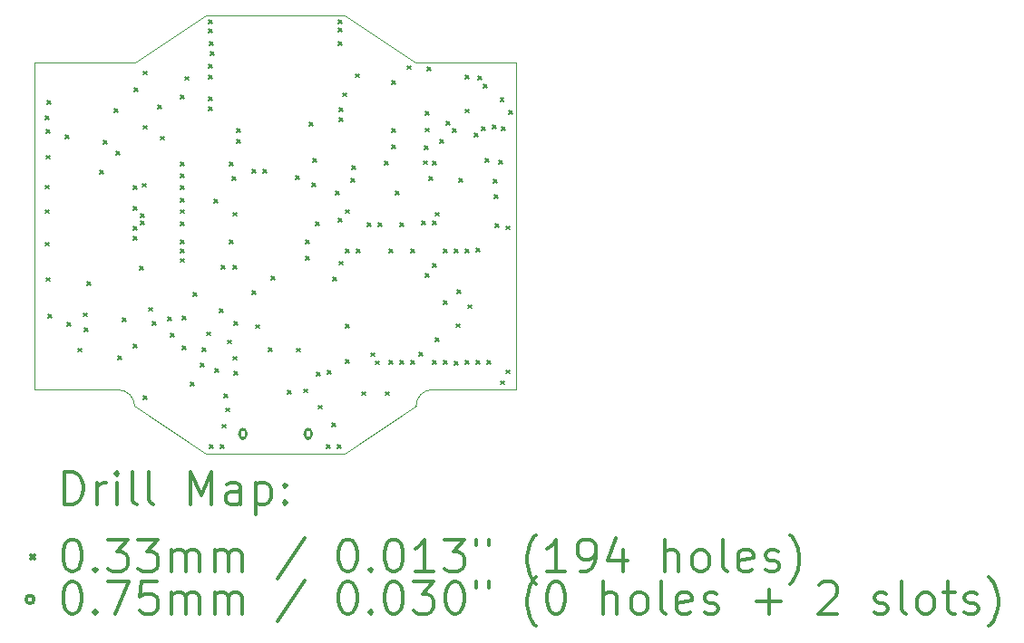
<source format=gbr>
%FSLAX45Y45*%
G04 Gerber Fmt 4.5, Leading zero omitted, Abs format (unit mm)*
G04 Created by KiCad*
%MOMM*%
%LPD*%
G04 APERTURE LIST*
%TA.AperFunction,Profile*%
%ADD10C,0.050000*%
%TD*%
%ADD11C,0.200000*%
%ADD12C,0.300000*%
G04 APERTURE END LIST*
D10*
X17313910Y-12600940D02*
G75*
G02X17466310Y-12448540I152400J0D01*
G01*
X14533880Y-12449810D02*
G75*
G02X14686280Y-12602210I0J-152400D01*
G01*
X15350000Y-13050000D02*
X14686280Y-12602210D01*
X17313910Y-12600940D02*
X16650000Y-13050000D01*
X16650000Y-8950000D02*
X17310100Y-9389110D01*
X15350000Y-8950000D02*
X14690000Y-9390000D01*
X16000000Y-8950000D02*
X15350000Y-8950000D01*
X16000000Y-13050000D02*
X15350000Y-13050000D01*
X16650000Y-13050000D02*
X16000000Y-13050000D01*
X16000000Y-8950000D02*
X16650000Y-8950000D01*
X18250000Y-12450000D02*
X17466310Y-12448540D01*
X18250000Y-9390000D02*
X17310100Y-9389110D01*
X13750000Y-9390000D02*
X14690000Y-9390000D01*
X13750000Y-12450000D02*
X14533880Y-12449810D01*
X13750000Y-11000000D02*
X13750000Y-12450000D01*
X13750000Y-11000000D02*
X13750000Y-9390000D01*
X18250000Y-11000000D02*
X18250000Y-12450000D01*
X18250000Y-11000000D02*
X18250000Y-9390000D01*
D11*
X13851890Y-9889490D02*
X13884910Y-9922510D01*
X13884910Y-9889490D02*
X13851890Y-9922510D01*
X13851890Y-10537190D02*
X13884910Y-10570210D01*
X13884910Y-10537190D02*
X13851890Y-10570210D01*
X13851890Y-10765790D02*
X13884910Y-10798810D01*
X13884910Y-10765790D02*
X13851890Y-10798810D01*
X13851890Y-11070590D02*
X13884910Y-11103610D01*
X13884910Y-11070590D02*
X13851890Y-11103610D01*
X13864590Y-10016490D02*
X13897610Y-10049510D01*
X13897610Y-10016490D02*
X13864590Y-10049510D01*
X13864590Y-10257790D02*
X13897610Y-10290810D01*
X13897610Y-10257790D02*
X13864590Y-10290810D01*
X13864590Y-11400790D02*
X13897610Y-11433810D01*
X13897610Y-11400790D02*
X13864590Y-11433810D01*
X13867130Y-9742170D02*
X13900150Y-9775190D01*
X13900150Y-9742170D02*
X13867130Y-9775190D01*
X13877290Y-11743690D02*
X13910310Y-11776710D01*
X13910310Y-11743690D02*
X13877290Y-11776710D01*
X14042390Y-10067290D02*
X14075410Y-10100310D01*
X14075410Y-10067290D02*
X14042390Y-10100310D01*
X14055090Y-11819890D02*
X14088110Y-11852910D01*
X14088110Y-11819890D02*
X14055090Y-11852910D01*
X14156690Y-12061190D02*
X14189710Y-12094210D01*
X14189710Y-12061190D02*
X14156690Y-12094210D01*
X14207490Y-11730990D02*
X14240510Y-11764010D01*
X14240510Y-11730990D02*
X14207490Y-11764010D01*
X14220190Y-11870690D02*
X14253210Y-11903710D01*
X14253210Y-11870690D02*
X14220190Y-11903710D01*
X14245590Y-11438890D02*
X14278610Y-11471910D01*
X14278610Y-11438890D02*
X14245590Y-11471910D01*
X14359890Y-10397490D02*
X14392910Y-10430510D01*
X14392910Y-10397490D02*
X14359890Y-10430510D01*
X14397990Y-10118090D02*
X14431010Y-10151110D01*
X14431010Y-10118090D02*
X14397990Y-10151110D01*
X14493240Y-9819640D02*
X14526260Y-9852660D01*
X14526260Y-9819640D02*
X14493240Y-9852660D01*
X14512290Y-10219690D02*
X14545310Y-10252710D01*
X14545310Y-10219690D02*
X14512290Y-10252710D01*
X14531340Y-12131040D02*
X14564360Y-12164060D01*
X14564360Y-12131040D02*
X14531340Y-12164060D01*
X14576540Y-11774690D02*
X14609560Y-11807710D01*
X14609560Y-11774690D02*
X14576540Y-11807710D01*
X14671040Y-10924860D02*
X14704060Y-10957880D01*
X14704060Y-10924860D02*
X14671040Y-10957880D01*
X14671040Y-11013440D02*
X14704060Y-11046460D01*
X14704060Y-11013440D02*
X14671040Y-11046460D01*
X14677390Y-10543540D02*
X14710410Y-10576560D01*
X14710410Y-10543540D02*
X14677390Y-10576560D01*
X14677390Y-10734040D02*
X14710410Y-10767060D01*
X14710410Y-10734040D02*
X14677390Y-10767060D01*
X14677390Y-12023090D02*
X14710410Y-12056110D01*
X14710410Y-12023090D02*
X14677390Y-12056110D01*
X14682460Y-9625330D02*
X14715480Y-9658350D01*
X14715480Y-9625330D02*
X14682460Y-9658350D01*
X14734540Y-11292840D02*
X14767560Y-11325860D01*
X14767560Y-11292840D02*
X14734540Y-11325860D01*
X14740890Y-10803890D02*
X14773910Y-10836910D01*
X14773910Y-10803890D02*
X14740890Y-10836910D01*
X14743436Y-10873818D02*
X14776456Y-10906838D01*
X14776456Y-10873818D02*
X14743436Y-10906838D01*
X14762849Y-10520233D02*
X14795869Y-10553253D01*
X14795869Y-10520233D02*
X14762849Y-10553253D01*
X14766290Y-9470390D02*
X14799310Y-9503410D01*
X14799310Y-9470390D02*
X14766290Y-9503410D01*
X14766290Y-9978390D02*
X14799310Y-10011410D01*
X14799310Y-9978390D02*
X14766290Y-10011410D01*
X14766290Y-12505690D02*
X14799310Y-12538710D01*
X14799310Y-12505690D02*
X14766290Y-12538710D01*
X14817090Y-11680190D02*
X14850110Y-11713210D01*
X14850110Y-11680190D02*
X14817090Y-11713210D01*
X14850148Y-11808498D02*
X14883168Y-11841518D01*
X14883168Y-11808498D02*
X14850148Y-11841518D01*
X14905990Y-9787890D02*
X14939010Y-9820910D01*
X14939010Y-9787890D02*
X14905990Y-9820910D01*
X14931390Y-10079990D02*
X14964410Y-10113010D01*
X14964410Y-10079990D02*
X14931390Y-10113010D01*
X14994890Y-11769090D02*
X15027910Y-11802110D01*
X15027910Y-11769090D02*
X14994890Y-11802110D01*
X15020290Y-11921490D02*
X15053310Y-11954510D01*
X15053310Y-11921490D02*
X15020290Y-11954510D01*
X15111730Y-9696450D02*
X15144750Y-9729470D01*
X15144750Y-9696450D02*
X15111730Y-9729470D01*
X15115540Y-10321290D02*
X15148560Y-10354310D01*
X15148560Y-10321290D02*
X15115540Y-10354310D01*
X15115540Y-10429240D02*
X15148560Y-10462260D01*
X15148560Y-10429240D02*
X15115540Y-10462260D01*
X15115540Y-10543540D02*
X15148560Y-10576560D01*
X15148560Y-10543540D02*
X15115540Y-10576560D01*
X15115540Y-10657840D02*
X15148560Y-10690860D01*
X15148560Y-10657840D02*
X15115540Y-10690860D01*
X15115540Y-10765790D02*
X15148560Y-10798810D01*
X15148560Y-10765790D02*
X15115540Y-10798810D01*
X15115540Y-10880090D02*
X15148560Y-10913110D01*
X15148560Y-10880090D02*
X15115540Y-10913110D01*
X15115540Y-11045829D02*
X15148560Y-11078849D01*
X15148560Y-11045829D02*
X15115540Y-11078849D01*
X15115540Y-11134410D02*
X15148560Y-11167430D01*
X15148560Y-11134410D02*
X15115540Y-11167430D01*
X15115540Y-11222990D02*
X15148560Y-11256010D01*
X15148560Y-11222990D02*
X15115540Y-11256010D01*
X15134590Y-11760400D02*
X15167610Y-11793420D01*
X15167610Y-11760400D02*
X15134590Y-11793420D01*
X15134590Y-12037370D02*
X15167610Y-12070390D01*
X15167610Y-12037370D02*
X15134590Y-12070390D01*
X15159990Y-9521190D02*
X15193010Y-9554210D01*
X15193010Y-9521190D02*
X15159990Y-9554210D01*
X15210790Y-12378690D02*
X15243810Y-12411710D01*
X15243810Y-12378690D02*
X15210790Y-12411710D01*
X15236190Y-11540490D02*
X15269210Y-11573510D01*
X15269210Y-11540490D02*
X15236190Y-11573510D01*
X15298090Y-12200190D02*
X15331110Y-12233210D01*
X15331110Y-12200190D02*
X15298090Y-12233210D01*
X15318740Y-12054840D02*
X15351760Y-12087860D01*
X15351760Y-12054840D02*
X15318740Y-12087860D01*
X15363190Y-11908790D02*
X15396210Y-11941810D01*
X15396210Y-11908790D02*
X15363190Y-11941810D01*
X15375890Y-8994140D02*
X15408910Y-9027160D01*
X15408910Y-8994140D02*
X15375890Y-9027160D01*
X15375890Y-9076690D02*
X15408910Y-9109710D01*
X15408910Y-9076690D02*
X15375890Y-9109710D01*
X15375890Y-9406890D02*
X15408910Y-9439910D01*
X15408910Y-9406890D02*
X15375890Y-9439910D01*
X15375890Y-9508490D02*
X15408910Y-9541510D01*
X15408910Y-9508490D02*
X15375890Y-9541510D01*
X15375890Y-9711690D02*
X15408910Y-9744710D01*
X15408910Y-9711690D02*
X15375890Y-9744710D01*
X15375890Y-9806940D02*
X15408910Y-9839960D01*
X15408910Y-9806940D02*
X15375890Y-9839960D01*
X15388212Y-9198809D02*
X15421232Y-9231829D01*
X15421232Y-9198809D02*
X15388212Y-9231829D01*
X15388590Y-12962890D02*
X15421610Y-12995910D01*
X15421610Y-12962890D02*
X15388590Y-12995910D01*
X15395059Y-9287124D02*
X15428079Y-9320144D01*
X15428079Y-9287124D02*
X15395059Y-9320144D01*
X15426690Y-10670540D02*
X15459710Y-10703560D01*
X15459710Y-10670540D02*
X15426690Y-10703560D01*
X15439390Y-12251690D02*
X15472410Y-12284710D01*
X15472410Y-12251690D02*
X15439390Y-12284710D01*
X15477490Y-11692890D02*
X15510510Y-11725910D01*
X15510510Y-11692890D02*
X15477490Y-11725910D01*
X15490190Y-12962890D02*
X15523210Y-12995910D01*
X15523210Y-12962890D02*
X15490190Y-12995910D01*
X15492281Y-11288581D02*
X15525301Y-11321601D01*
X15525301Y-11288581D02*
X15492281Y-11321601D01*
X15502890Y-12772390D02*
X15535910Y-12805410D01*
X15535910Y-12772390D02*
X15502890Y-12805410D01*
X15521940Y-12486640D02*
X15554960Y-12519660D01*
X15554960Y-12486640D02*
X15521940Y-12519660D01*
X15540990Y-12619990D02*
X15574010Y-12653010D01*
X15574010Y-12619990D02*
X15540990Y-12653010D01*
X15553690Y-11984990D02*
X15586710Y-12018010D01*
X15586710Y-11984990D02*
X15553690Y-12018010D01*
X15568930Y-10321290D02*
X15601950Y-10354310D01*
X15601950Y-10321290D02*
X15568930Y-10354310D01*
X15569480Y-11045829D02*
X15602500Y-11078849D01*
X15602500Y-11045829D02*
X15569480Y-11078849D01*
X15599150Y-10453630D02*
X15632170Y-10486650D01*
X15632170Y-10453630D02*
X15599150Y-10486650D01*
X15604490Y-10791190D02*
X15637510Y-10824210D01*
X15637510Y-10791190D02*
X15604490Y-10824210D01*
X15604490Y-12137390D02*
X15637510Y-12170410D01*
X15637510Y-12137390D02*
X15604490Y-12170410D01*
X15607568Y-11285028D02*
X15640588Y-11318048D01*
X15640588Y-11285028D02*
X15607568Y-11318048D01*
X15616907Y-11807682D02*
X15649927Y-11840702D01*
X15649927Y-11807682D02*
X15616907Y-11840702D01*
X15617190Y-12277090D02*
X15650210Y-12310110D01*
X15650210Y-12277090D02*
X15617190Y-12310110D01*
X15640050Y-10011410D02*
X15673070Y-10044430D01*
X15673070Y-10011410D02*
X15640050Y-10044430D01*
X15640050Y-10113010D02*
X15673070Y-10146030D01*
X15673070Y-10113010D02*
X15640050Y-10146030D01*
X15782290Y-10387330D02*
X15815310Y-10420350D01*
X15815310Y-10387330D02*
X15782290Y-10420350D01*
X15782290Y-11521440D02*
X15815310Y-11554460D01*
X15815310Y-11521440D02*
X15782290Y-11554460D01*
X15819392Y-11841508D02*
X15852412Y-11874528D01*
X15852412Y-11841508D02*
X15819392Y-11874528D01*
X15883890Y-10387330D02*
X15916910Y-10420350D01*
X15916910Y-10387330D02*
X15883890Y-10420350D01*
X15932986Y-12058153D02*
X15966006Y-12091173D01*
X15966006Y-12058153D02*
X15932986Y-12091173D01*
X15960961Y-11387219D02*
X15993981Y-11420239D01*
X15993981Y-11387219D02*
X15960961Y-11420239D01*
X16112490Y-12454890D02*
X16145510Y-12487910D01*
X16145510Y-12454890D02*
X16112490Y-12487910D01*
X16188690Y-10448290D02*
X16221710Y-10481310D01*
X16221710Y-10448290D02*
X16188690Y-10481310D01*
X16201390Y-12061190D02*
X16234410Y-12094210D01*
X16234410Y-12061190D02*
X16201390Y-12094210D01*
X16264890Y-12442190D02*
X16297910Y-12475210D01*
X16297910Y-12442190D02*
X16264890Y-12475210D01*
X16280130Y-11047730D02*
X16313150Y-11080750D01*
X16313150Y-11047730D02*
X16280130Y-11080750D01*
X16280130Y-11198380D02*
X16313150Y-11231400D01*
X16313150Y-11198380D02*
X16280130Y-11231400D01*
X16320770Y-9947120D02*
X16353790Y-9980140D01*
X16353790Y-9947120D02*
X16320770Y-9980140D01*
X16341906Y-10512607D02*
X16374926Y-10545627D01*
X16374926Y-10512607D02*
X16341906Y-10545627D01*
X16353170Y-10288890D02*
X16386190Y-10321910D01*
X16386190Y-10288890D02*
X16353170Y-10321910D01*
X16372840Y-10880090D02*
X16405860Y-10913110D01*
X16405860Y-10880090D02*
X16372840Y-10913110D01*
X16385540Y-12283440D02*
X16418560Y-12316460D01*
X16418560Y-12283440D02*
X16385540Y-12316460D01*
X16404590Y-12594590D02*
X16437610Y-12627610D01*
X16437610Y-12594590D02*
X16404590Y-12627610D01*
X16480790Y-12962890D02*
X16513810Y-12995910D01*
X16513810Y-12962890D02*
X16480790Y-12995910D01*
X16487140Y-12270740D02*
X16520160Y-12303760D01*
X16520160Y-12270740D02*
X16487140Y-12303760D01*
X16531590Y-12759690D02*
X16564610Y-12792710D01*
X16564610Y-12759690D02*
X16531590Y-12792710D01*
X16534130Y-11398250D02*
X16567150Y-11431270D01*
X16567150Y-11398250D02*
X16534130Y-11431270D01*
X16564610Y-10591250D02*
X16597630Y-10624270D01*
X16597630Y-10591250D02*
X16564610Y-10624270D01*
X16582390Y-12962890D02*
X16615410Y-12995910D01*
X16615410Y-12962890D02*
X16582390Y-12995910D01*
X16584930Y-10845080D02*
X16617950Y-10878100D01*
X16617950Y-10845080D02*
X16584930Y-10878100D01*
X16588740Y-8994140D02*
X16621760Y-9027160D01*
X16621760Y-8994140D02*
X16588740Y-9027160D01*
X16588740Y-9070340D02*
X16621760Y-9103360D01*
X16621760Y-9070340D02*
X16588740Y-9103360D01*
X16588740Y-9197340D02*
X16621760Y-9230360D01*
X16621760Y-9197340D02*
X16588740Y-9230360D01*
X16595090Y-9813290D02*
X16628110Y-9846310D01*
X16628110Y-9813290D02*
X16595090Y-9846310D01*
X16595090Y-9908540D02*
X16628110Y-9941560D01*
X16628110Y-9908540D02*
X16595090Y-9941560D01*
X16595090Y-11248390D02*
X16628110Y-11281410D01*
X16628110Y-11248390D02*
X16595090Y-11281410D01*
X16633190Y-9673590D02*
X16666210Y-9706610D01*
X16666210Y-9673590D02*
X16633190Y-9706610D01*
X16655899Y-11838940D02*
X16688919Y-11871960D01*
X16688919Y-11838940D02*
X16655899Y-11871960D01*
X16658590Y-10765790D02*
X16691610Y-10798810D01*
X16691610Y-10765790D02*
X16658590Y-10798810D01*
X16658590Y-11134090D02*
X16691610Y-11167110D01*
X16691610Y-11134090D02*
X16658590Y-11167110D01*
X16658590Y-12169140D02*
X16691610Y-12202160D01*
X16691610Y-12169140D02*
X16658590Y-12202160D01*
X16709390Y-10473690D02*
X16742410Y-10506710D01*
X16742410Y-10473690D02*
X16709390Y-10506710D01*
X16713039Y-10357960D02*
X16746059Y-10390980D01*
X16746059Y-10357960D02*
X16713039Y-10390980D01*
X16747490Y-9495790D02*
X16780510Y-9528810D01*
X16780510Y-9495790D02*
X16747490Y-9528810D01*
X16760190Y-11134090D02*
X16793210Y-11167110D01*
X16793210Y-11134090D02*
X16760190Y-11167110D01*
X16804640Y-12467590D02*
X16837660Y-12500610D01*
X16837660Y-12467590D02*
X16804640Y-12500610D01*
X16861790Y-10886440D02*
X16894810Y-10919460D01*
X16894810Y-10886440D02*
X16861790Y-10919460D01*
X16889355Y-12103882D02*
X16922375Y-12136902D01*
X16922375Y-12103882D02*
X16889355Y-12136902D01*
X16935485Y-12179503D02*
X16968505Y-12212523D01*
X16968505Y-12179503D02*
X16935485Y-12212523D01*
X16963390Y-10886440D02*
X16996410Y-10919460D01*
X16996410Y-10886440D02*
X16963390Y-10919460D01*
X17021810Y-10316210D02*
X17054830Y-10349230D01*
X17054830Y-10316210D02*
X17021810Y-10349230D01*
X17026890Y-12467590D02*
X17059910Y-12500610D01*
X17059910Y-12467590D02*
X17026890Y-12500610D01*
X17064990Y-11134090D02*
X17098010Y-11167110D01*
X17098010Y-11134090D02*
X17064990Y-11167110D01*
X17064990Y-12175490D02*
X17098010Y-12208510D01*
X17098010Y-12175490D02*
X17064990Y-12208510D01*
X17087850Y-10006330D02*
X17120870Y-10039350D01*
X17120870Y-10006330D02*
X17087850Y-10039350D01*
X17087850Y-10163810D02*
X17120870Y-10196830D01*
X17120870Y-10163810D02*
X17087850Y-10196830D01*
X17090390Y-9559290D02*
X17123410Y-9592310D01*
X17123410Y-9559290D02*
X17090390Y-9592310D01*
X17122140Y-10594340D02*
X17155160Y-10627360D01*
X17155160Y-10594340D02*
X17122140Y-10627360D01*
X17164050Y-10890250D02*
X17197070Y-10923270D01*
X17197070Y-10890250D02*
X17164050Y-10923270D01*
X17166590Y-12175490D02*
X17199610Y-12208510D01*
X17199610Y-12175490D02*
X17166590Y-12208510D01*
X17230090Y-9419590D02*
X17263110Y-9452610D01*
X17263110Y-9419590D02*
X17230090Y-9452610D01*
X17268190Y-11134090D02*
X17301210Y-11167110D01*
X17301210Y-11134090D02*
X17268190Y-11167110D01*
X17268190Y-12175490D02*
X17301210Y-12208510D01*
X17301210Y-12175490D02*
X17268190Y-12208510D01*
X17344390Y-12099290D02*
X17377410Y-12132310D01*
X17377410Y-12099290D02*
X17344390Y-12132310D01*
X17369790Y-10873740D02*
X17402810Y-10906760D01*
X17402810Y-10873740D02*
X17369790Y-10906760D01*
X17380613Y-10308424D02*
X17413633Y-10341444D01*
X17413633Y-10308424D02*
X17380613Y-10341444D01*
X17395190Y-10168890D02*
X17428210Y-10201910D01*
X17428210Y-10168890D02*
X17395190Y-10201910D01*
X17401540Y-9845040D02*
X17434560Y-9878060D01*
X17434560Y-9845040D02*
X17401540Y-9878060D01*
X17401540Y-10003790D02*
X17434560Y-10036810D01*
X17434560Y-10003790D02*
X17401540Y-10036810D01*
X17401540Y-11362690D02*
X17434560Y-11395710D01*
X17434560Y-11362690D02*
X17401540Y-11395710D01*
X17420590Y-9432290D02*
X17453610Y-9465310D01*
X17453610Y-9432290D02*
X17420590Y-9465310D01*
X17436480Y-10459722D02*
X17469500Y-10492742D01*
X17469500Y-10459722D02*
X17436480Y-10492742D01*
X17465040Y-10873740D02*
X17498060Y-10906760D01*
X17498060Y-10873740D02*
X17465040Y-10906760D01*
X17468850Y-10316210D02*
X17501870Y-10349230D01*
X17501870Y-10316210D02*
X17468850Y-10349230D01*
X17471390Y-11267440D02*
X17504410Y-11300460D01*
X17504410Y-11267440D02*
X17471390Y-11300460D01*
X17471390Y-12175490D02*
X17504410Y-12208510D01*
X17504410Y-12175490D02*
X17471390Y-12208510D01*
X17490440Y-11965940D02*
X17523460Y-11998960D01*
X17523460Y-11965940D02*
X17490440Y-11998960D01*
X17496838Y-10791064D02*
X17529858Y-10824084D01*
X17529858Y-10791064D02*
X17496838Y-10824084D01*
X17533140Y-10113010D02*
X17566160Y-10146030D01*
X17566160Y-10113010D02*
X17533140Y-10146030D01*
X17571980Y-12176500D02*
X17605000Y-12209520D01*
X17605000Y-12176500D02*
X17571980Y-12209520D01*
X17572990Y-11134090D02*
X17606010Y-11167110D01*
X17606010Y-11134090D02*
X17572990Y-11167110D01*
X17572990Y-11616690D02*
X17606010Y-11649710D01*
X17606010Y-11616690D02*
X17572990Y-11649710D01*
X17598390Y-9940290D02*
X17631410Y-9973310D01*
X17631410Y-9940290D02*
X17598390Y-9973310D01*
X17655540Y-10010140D02*
X17688560Y-10043160D01*
X17688560Y-10010140D02*
X17655540Y-10043160D01*
X17668240Y-12181840D02*
X17701260Y-12214860D01*
X17701260Y-12181840D02*
X17668240Y-12214860D01*
X17674590Y-11134090D02*
X17707610Y-11167110D01*
X17707610Y-11134090D02*
X17674590Y-11167110D01*
X17687290Y-11832590D02*
X17720310Y-11865610D01*
X17720310Y-11832590D02*
X17687290Y-11865610D01*
X17699990Y-11515090D02*
X17733010Y-11548110D01*
X17733010Y-11515090D02*
X17699990Y-11548110D01*
X17712001Y-10473690D02*
X17745021Y-10506710D01*
X17745021Y-10473690D02*
X17712001Y-10506710D01*
X17776190Y-9508490D02*
X17809210Y-9541510D01*
X17809210Y-9508490D02*
X17776190Y-9541510D01*
X17776190Y-9825990D02*
X17809210Y-9859010D01*
X17809210Y-9825990D02*
X17776190Y-9859010D01*
X17776190Y-11134090D02*
X17809210Y-11167110D01*
X17809210Y-11134090D02*
X17776190Y-11167110D01*
X17776190Y-12175490D02*
X17809210Y-12208510D01*
X17809210Y-12175490D02*
X17776190Y-12208510D01*
X17801590Y-11654790D02*
X17834610Y-11687810D01*
X17834610Y-11654790D02*
X17801590Y-11687810D01*
X17858529Y-10053996D02*
X17891549Y-10087016D01*
X17891549Y-10053996D02*
X17858529Y-10087016D01*
X17877501Y-11127451D02*
X17910521Y-11160471D01*
X17910521Y-11127451D02*
X17877501Y-11160471D01*
X17877790Y-12175490D02*
X17910810Y-12208510D01*
X17910810Y-12175490D02*
X17877790Y-12208510D01*
X17890490Y-9514840D02*
X17923510Y-9547860D01*
X17923510Y-9514840D02*
X17890490Y-9547860D01*
X17928590Y-9991090D02*
X17961610Y-10024110D01*
X17961610Y-9991090D02*
X17928590Y-10024110D01*
X17941290Y-9591040D02*
X17974310Y-9624060D01*
X17974310Y-9591040D02*
X17941290Y-9624060D01*
X17959550Y-10290280D02*
X17992570Y-10323300D01*
X17992570Y-10290280D02*
X17959550Y-10323300D01*
X17979390Y-12175490D02*
X18012410Y-12208510D01*
X18012410Y-12175490D02*
X17979390Y-12208510D01*
X18023840Y-9972040D02*
X18056860Y-10005060D01*
X18056860Y-9972040D02*
X18023840Y-10005060D01*
X18036540Y-10480040D02*
X18069560Y-10513060D01*
X18069560Y-10480040D02*
X18036540Y-10513060D01*
X18046934Y-10628448D02*
X18079954Y-10661468D01*
X18079954Y-10628448D02*
X18046934Y-10661468D01*
X18049240Y-10899140D02*
X18082260Y-10932160D01*
X18082260Y-10899140D02*
X18049240Y-10932160D01*
X18088130Y-10302240D02*
X18121150Y-10335260D01*
X18121150Y-10302240D02*
X18088130Y-10335260D01*
X18099890Y-9718040D02*
X18132910Y-9751060D01*
X18132910Y-9718040D02*
X18099890Y-9751060D01*
X18106390Y-12365990D02*
X18139410Y-12399010D01*
X18139410Y-12365990D02*
X18106390Y-12399010D01*
X18110152Y-9991958D02*
X18143172Y-10024978D01*
X18143172Y-9991958D02*
X18110152Y-10024978D01*
X18157190Y-10918190D02*
X18190210Y-10951210D01*
X18190210Y-10918190D02*
X18157190Y-10951210D01*
X18157190Y-12264390D02*
X18190210Y-12297410D01*
X18190210Y-12264390D02*
X18157190Y-12297410D01*
X18176700Y-9838690D02*
X18209720Y-9871710D01*
X18209720Y-9838690D02*
X18176700Y-9871710D01*
X15734700Y-12862700D02*
G75*
G03X15734700Y-12862700I-37500J0D01*
G01*
X15669700Y-12840200D02*
X15669700Y-12885200D01*
X15724700Y-12840200D02*
X15724700Y-12885200D01*
X15669700Y-12885200D02*
G75*
G03X15724700Y-12885200I27500J0D01*
G01*
X15724700Y-12840200D02*
G75*
G03X15669700Y-12840200I-27500J0D01*
G01*
X16344300Y-12862700D02*
G75*
G03X16344300Y-12862700I-37500J0D01*
G01*
X16279300Y-12840200D02*
X16279300Y-12885200D01*
X16334300Y-12840200D02*
X16334300Y-12885200D01*
X16279300Y-12885200D02*
G75*
G03X16334300Y-12885200I27500J0D01*
G01*
X16334300Y-12840200D02*
G75*
G03X16279300Y-12840200I-27500J0D01*
G01*
D12*
X14033928Y-13518214D02*
X14033928Y-13218214D01*
X14105357Y-13218214D01*
X14148214Y-13232500D01*
X14176786Y-13261071D01*
X14191071Y-13289643D01*
X14205357Y-13346786D01*
X14205357Y-13389643D01*
X14191071Y-13446786D01*
X14176786Y-13475357D01*
X14148214Y-13503929D01*
X14105357Y-13518214D01*
X14033928Y-13518214D01*
X14333928Y-13518214D02*
X14333928Y-13318214D01*
X14333928Y-13375357D02*
X14348214Y-13346786D01*
X14362500Y-13332500D01*
X14391071Y-13318214D01*
X14419643Y-13318214D01*
X14519643Y-13518214D02*
X14519643Y-13318214D01*
X14519643Y-13218214D02*
X14505357Y-13232500D01*
X14519643Y-13246786D01*
X14533928Y-13232500D01*
X14519643Y-13218214D01*
X14519643Y-13246786D01*
X14705357Y-13518214D02*
X14676786Y-13503929D01*
X14662500Y-13475357D01*
X14662500Y-13218214D01*
X14862500Y-13518214D02*
X14833928Y-13503929D01*
X14819643Y-13475357D01*
X14819643Y-13218214D01*
X15205357Y-13518214D02*
X15205357Y-13218214D01*
X15305357Y-13432500D01*
X15405357Y-13218214D01*
X15405357Y-13518214D01*
X15676786Y-13518214D02*
X15676786Y-13361071D01*
X15662500Y-13332500D01*
X15633928Y-13318214D01*
X15576786Y-13318214D01*
X15548214Y-13332500D01*
X15676786Y-13503929D02*
X15648214Y-13518214D01*
X15576786Y-13518214D01*
X15548214Y-13503929D01*
X15533928Y-13475357D01*
X15533928Y-13446786D01*
X15548214Y-13418214D01*
X15576786Y-13403929D01*
X15648214Y-13403929D01*
X15676786Y-13389643D01*
X15819643Y-13318214D02*
X15819643Y-13618214D01*
X15819643Y-13332500D02*
X15848214Y-13318214D01*
X15905357Y-13318214D01*
X15933928Y-13332500D01*
X15948214Y-13346786D01*
X15962500Y-13375357D01*
X15962500Y-13461071D01*
X15948214Y-13489643D01*
X15933928Y-13503929D01*
X15905357Y-13518214D01*
X15848214Y-13518214D01*
X15819643Y-13503929D01*
X16091071Y-13489643D02*
X16105357Y-13503929D01*
X16091071Y-13518214D01*
X16076786Y-13503929D01*
X16091071Y-13489643D01*
X16091071Y-13518214D01*
X16091071Y-13332500D02*
X16105357Y-13346786D01*
X16091071Y-13361071D01*
X16076786Y-13346786D01*
X16091071Y-13332500D01*
X16091071Y-13361071D01*
X13714480Y-13995990D02*
X13747500Y-14029010D01*
X13747500Y-13995990D02*
X13714480Y-14029010D01*
X14091071Y-13848214D02*
X14119643Y-13848214D01*
X14148214Y-13862500D01*
X14162500Y-13876786D01*
X14176786Y-13905357D01*
X14191071Y-13962500D01*
X14191071Y-14033929D01*
X14176786Y-14091071D01*
X14162500Y-14119643D01*
X14148214Y-14133929D01*
X14119643Y-14148214D01*
X14091071Y-14148214D01*
X14062500Y-14133929D01*
X14048214Y-14119643D01*
X14033928Y-14091071D01*
X14019643Y-14033929D01*
X14019643Y-13962500D01*
X14033928Y-13905357D01*
X14048214Y-13876786D01*
X14062500Y-13862500D01*
X14091071Y-13848214D01*
X14319643Y-14119643D02*
X14333928Y-14133929D01*
X14319643Y-14148214D01*
X14305357Y-14133929D01*
X14319643Y-14119643D01*
X14319643Y-14148214D01*
X14433928Y-13848214D02*
X14619643Y-13848214D01*
X14519643Y-13962500D01*
X14562500Y-13962500D01*
X14591071Y-13976786D01*
X14605357Y-13991071D01*
X14619643Y-14019643D01*
X14619643Y-14091071D01*
X14605357Y-14119643D01*
X14591071Y-14133929D01*
X14562500Y-14148214D01*
X14476786Y-14148214D01*
X14448214Y-14133929D01*
X14433928Y-14119643D01*
X14719643Y-13848214D02*
X14905357Y-13848214D01*
X14805357Y-13962500D01*
X14848214Y-13962500D01*
X14876786Y-13976786D01*
X14891071Y-13991071D01*
X14905357Y-14019643D01*
X14905357Y-14091071D01*
X14891071Y-14119643D01*
X14876786Y-14133929D01*
X14848214Y-14148214D01*
X14762500Y-14148214D01*
X14733928Y-14133929D01*
X14719643Y-14119643D01*
X15033928Y-14148214D02*
X15033928Y-13948214D01*
X15033928Y-13976786D02*
X15048214Y-13962500D01*
X15076786Y-13948214D01*
X15119643Y-13948214D01*
X15148214Y-13962500D01*
X15162500Y-13991071D01*
X15162500Y-14148214D01*
X15162500Y-13991071D02*
X15176786Y-13962500D01*
X15205357Y-13948214D01*
X15248214Y-13948214D01*
X15276786Y-13962500D01*
X15291071Y-13991071D01*
X15291071Y-14148214D01*
X15433928Y-14148214D02*
X15433928Y-13948214D01*
X15433928Y-13976786D02*
X15448214Y-13962500D01*
X15476786Y-13948214D01*
X15519643Y-13948214D01*
X15548214Y-13962500D01*
X15562500Y-13991071D01*
X15562500Y-14148214D01*
X15562500Y-13991071D02*
X15576786Y-13962500D01*
X15605357Y-13948214D01*
X15648214Y-13948214D01*
X15676786Y-13962500D01*
X15691071Y-13991071D01*
X15691071Y-14148214D01*
X16276786Y-13833929D02*
X16019643Y-14219643D01*
X16662500Y-13848214D02*
X16691071Y-13848214D01*
X16719643Y-13862500D01*
X16733928Y-13876786D01*
X16748214Y-13905357D01*
X16762500Y-13962500D01*
X16762500Y-14033929D01*
X16748214Y-14091071D01*
X16733928Y-14119643D01*
X16719643Y-14133929D01*
X16691071Y-14148214D01*
X16662500Y-14148214D01*
X16633928Y-14133929D01*
X16619643Y-14119643D01*
X16605357Y-14091071D01*
X16591071Y-14033929D01*
X16591071Y-13962500D01*
X16605357Y-13905357D01*
X16619643Y-13876786D01*
X16633928Y-13862500D01*
X16662500Y-13848214D01*
X16891071Y-14119643D02*
X16905357Y-14133929D01*
X16891071Y-14148214D01*
X16876786Y-14133929D01*
X16891071Y-14119643D01*
X16891071Y-14148214D01*
X17091071Y-13848214D02*
X17119643Y-13848214D01*
X17148214Y-13862500D01*
X17162500Y-13876786D01*
X17176786Y-13905357D01*
X17191071Y-13962500D01*
X17191071Y-14033929D01*
X17176786Y-14091071D01*
X17162500Y-14119643D01*
X17148214Y-14133929D01*
X17119643Y-14148214D01*
X17091071Y-14148214D01*
X17062500Y-14133929D01*
X17048214Y-14119643D01*
X17033928Y-14091071D01*
X17019643Y-14033929D01*
X17019643Y-13962500D01*
X17033928Y-13905357D01*
X17048214Y-13876786D01*
X17062500Y-13862500D01*
X17091071Y-13848214D01*
X17476786Y-14148214D02*
X17305357Y-14148214D01*
X17391071Y-14148214D02*
X17391071Y-13848214D01*
X17362500Y-13891071D01*
X17333928Y-13919643D01*
X17305357Y-13933929D01*
X17576786Y-13848214D02*
X17762500Y-13848214D01*
X17662500Y-13962500D01*
X17705357Y-13962500D01*
X17733928Y-13976786D01*
X17748214Y-13991071D01*
X17762500Y-14019643D01*
X17762500Y-14091071D01*
X17748214Y-14119643D01*
X17733928Y-14133929D01*
X17705357Y-14148214D01*
X17619643Y-14148214D01*
X17591071Y-14133929D01*
X17576786Y-14119643D01*
X17876786Y-13848214D02*
X17876786Y-13905357D01*
X17991071Y-13848214D02*
X17991071Y-13905357D01*
X18433928Y-14262500D02*
X18419643Y-14248214D01*
X18391071Y-14205357D01*
X18376786Y-14176786D01*
X18362500Y-14133929D01*
X18348214Y-14062500D01*
X18348214Y-14005357D01*
X18362500Y-13933929D01*
X18376786Y-13891071D01*
X18391071Y-13862500D01*
X18419643Y-13819643D01*
X18433928Y-13805357D01*
X18705357Y-14148214D02*
X18533928Y-14148214D01*
X18619643Y-14148214D02*
X18619643Y-13848214D01*
X18591071Y-13891071D01*
X18562500Y-13919643D01*
X18533928Y-13933929D01*
X18848214Y-14148214D02*
X18905357Y-14148214D01*
X18933928Y-14133929D01*
X18948214Y-14119643D01*
X18976786Y-14076786D01*
X18991071Y-14019643D01*
X18991071Y-13905357D01*
X18976786Y-13876786D01*
X18962500Y-13862500D01*
X18933928Y-13848214D01*
X18876786Y-13848214D01*
X18848214Y-13862500D01*
X18833928Y-13876786D01*
X18819643Y-13905357D01*
X18819643Y-13976786D01*
X18833928Y-14005357D01*
X18848214Y-14019643D01*
X18876786Y-14033929D01*
X18933928Y-14033929D01*
X18962500Y-14019643D01*
X18976786Y-14005357D01*
X18991071Y-13976786D01*
X19248214Y-13948214D02*
X19248214Y-14148214D01*
X19176786Y-13833929D02*
X19105357Y-14048214D01*
X19291071Y-14048214D01*
X19633928Y-14148214D02*
X19633928Y-13848214D01*
X19762500Y-14148214D02*
X19762500Y-13991071D01*
X19748214Y-13962500D01*
X19719643Y-13948214D01*
X19676786Y-13948214D01*
X19648214Y-13962500D01*
X19633928Y-13976786D01*
X19948214Y-14148214D02*
X19919643Y-14133929D01*
X19905357Y-14119643D01*
X19891071Y-14091071D01*
X19891071Y-14005357D01*
X19905357Y-13976786D01*
X19919643Y-13962500D01*
X19948214Y-13948214D01*
X19991071Y-13948214D01*
X20019643Y-13962500D01*
X20033928Y-13976786D01*
X20048214Y-14005357D01*
X20048214Y-14091071D01*
X20033928Y-14119643D01*
X20019643Y-14133929D01*
X19991071Y-14148214D01*
X19948214Y-14148214D01*
X20219643Y-14148214D02*
X20191071Y-14133929D01*
X20176786Y-14105357D01*
X20176786Y-13848214D01*
X20448214Y-14133929D02*
X20419643Y-14148214D01*
X20362500Y-14148214D01*
X20333928Y-14133929D01*
X20319643Y-14105357D01*
X20319643Y-13991071D01*
X20333928Y-13962500D01*
X20362500Y-13948214D01*
X20419643Y-13948214D01*
X20448214Y-13962500D01*
X20462500Y-13991071D01*
X20462500Y-14019643D01*
X20319643Y-14048214D01*
X20576786Y-14133929D02*
X20605357Y-14148214D01*
X20662500Y-14148214D01*
X20691071Y-14133929D01*
X20705357Y-14105357D01*
X20705357Y-14091071D01*
X20691071Y-14062500D01*
X20662500Y-14048214D01*
X20619643Y-14048214D01*
X20591071Y-14033929D01*
X20576786Y-14005357D01*
X20576786Y-13991071D01*
X20591071Y-13962500D01*
X20619643Y-13948214D01*
X20662500Y-13948214D01*
X20691071Y-13962500D01*
X20805357Y-14262500D02*
X20819643Y-14248214D01*
X20848214Y-14205357D01*
X20862500Y-14176786D01*
X20876786Y-14133929D01*
X20891071Y-14062500D01*
X20891071Y-14005357D01*
X20876786Y-13933929D01*
X20862500Y-13891071D01*
X20848214Y-13862500D01*
X20819643Y-13819643D01*
X20805357Y-13805357D01*
X13747500Y-14408500D02*
G75*
G03X13747500Y-14408500I-37500J0D01*
G01*
X14091071Y-14244214D02*
X14119643Y-14244214D01*
X14148214Y-14258500D01*
X14162500Y-14272786D01*
X14176786Y-14301357D01*
X14191071Y-14358500D01*
X14191071Y-14429929D01*
X14176786Y-14487071D01*
X14162500Y-14515643D01*
X14148214Y-14529929D01*
X14119643Y-14544214D01*
X14091071Y-14544214D01*
X14062500Y-14529929D01*
X14048214Y-14515643D01*
X14033928Y-14487071D01*
X14019643Y-14429929D01*
X14019643Y-14358500D01*
X14033928Y-14301357D01*
X14048214Y-14272786D01*
X14062500Y-14258500D01*
X14091071Y-14244214D01*
X14319643Y-14515643D02*
X14333928Y-14529929D01*
X14319643Y-14544214D01*
X14305357Y-14529929D01*
X14319643Y-14515643D01*
X14319643Y-14544214D01*
X14433928Y-14244214D02*
X14633928Y-14244214D01*
X14505357Y-14544214D01*
X14891071Y-14244214D02*
X14748214Y-14244214D01*
X14733928Y-14387071D01*
X14748214Y-14372786D01*
X14776786Y-14358500D01*
X14848214Y-14358500D01*
X14876786Y-14372786D01*
X14891071Y-14387071D01*
X14905357Y-14415643D01*
X14905357Y-14487071D01*
X14891071Y-14515643D01*
X14876786Y-14529929D01*
X14848214Y-14544214D01*
X14776786Y-14544214D01*
X14748214Y-14529929D01*
X14733928Y-14515643D01*
X15033928Y-14544214D02*
X15033928Y-14344214D01*
X15033928Y-14372786D02*
X15048214Y-14358500D01*
X15076786Y-14344214D01*
X15119643Y-14344214D01*
X15148214Y-14358500D01*
X15162500Y-14387071D01*
X15162500Y-14544214D01*
X15162500Y-14387071D02*
X15176786Y-14358500D01*
X15205357Y-14344214D01*
X15248214Y-14344214D01*
X15276786Y-14358500D01*
X15291071Y-14387071D01*
X15291071Y-14544214D01*
X15433928Y-14544214D02*
X15433928Y-14344214D01*
X15433928Y-14372786D02*
X15448214Y-14358500D01*
X15476786Y-14344214D01*
X15519643Y-14344214D01*
X15548214Y-14358500D01*
X15562500Y-14387071D01*
X15562500Y-14544214D01*
X15562500Y-14387071D02*
X15576786Y-14358500D01*
X15605357Y-14344214D01*
X15648214Y-14344214D01*
X15676786Y-14358500D01*
X15691071Y-14387071D01*
X15691071Y-14544214D01*
X16276786Y-14229929D02*
X16019643Y-14615643D01*
X16662500Y-14244214D02*
X16691071Y-14244214D01*
X16719643Y-14258500D01*
X16733928Y-14272786D01*
X16748214Y-14301357D01*
X16762500Y-14358500D01*
X16762500Y-14429929D01*
X16748214Y-14487071D01*
X16733928Y-14515643D01*
X16719643Y-14529929D01*
X16691071Y-14544214D01*
X16662500Y-14544214D01*
X16633928Y-14529929D01*
X16619643Y-14515643D01*
X16605357Y-14487071D01*
X16591071Y-14429929D01*
X16591071Y-14358500D01*
X16605357Y-14301357D01*
X16619643Y-14272786D01*
X16633928Y-14258500D01*
X16662500Y-14244214D01*
X16891071Y-14515643D02*
X16905357Y-14529929D01*
X16891071Y-14544214D01*
X16876786Y-14529929D01*
X16891071Y-14515643D01*
X16891071Y-14544214D01*
X17091071Y-14244214D02*
X17119643Y-14244214D01*
X17148214Y-14258500D01*
X17162500Y-14272786D01*
X17176786Y-14301357D01*
X17191071Y-14358500D01*
X17191071Y-14429929D01*
X17176786Y-14487071D01*
X17162500Y-14515643D01*
X17148214Y-14529929D01*
X17119643Y-14544214D01*
X17091071Y-14544214D01*
X17062500Y-14529929D01*
X17048214Y-14515643D01*
X17033928Y-14487071D01*
X17019643Y-14429929D01*
X17019643Y-14358500D01*
X17033928Y-14301357D01*
X17048214Y-14272786D01*
X17062500Y-14258500D01*
X17091071Y-14244214D01*
X17291071Y-14244214D02*
X17476786Y-14244214D01*
X17376786Y-14358500D01*
X17419643Y-14358500D01*
X17448214Y-14372786D01*
X17462500Y-14387071D01*
X17476786Y-14415643D01*
X17476786Y-14487071D01*
X17462500Y-14515643D01*
X17448214Y-14529929D01*
X17419643Y-14544214D01*
X17333928Y-14544214D01*
X17305357Y-14529929D01*
X17291071Y-14515643D01*
X17662500Y-14244214D02*
X17691071Y-14244214D01*
X17719643Y-14258500D01*
X17733928Y-14272786D01*
X17748214Y-14301357D01*
X17762500Y-14358500D01*
X17762500Y-14429929D01*
X17748214Y-14487071D01*
X17733928Y-14515643D01*
X17719643Y-14529929D01*
X17691071Y-14544214D01*
X17662500Y-14544214D01*
X17633928Y-14529929D01*
X17619643Y-14515643D01*
X17605357Y-14487071D01*
X17591071Y-14429929D01*
X17591071Y-14358500D01*
X17605357Y-14301357D01*
X17619643Y-14272786D01*
X17633928Y-14258500D01*
X17662500Y-14244214D01*
X17876786Y-14244214D02*
X17876786Y-14301357D01*
X17991071Y-14244214D02*
X17991071Y-14301357D01*
X18433928Y-14658500D02*
X18419643Y-14644214D01*
X18391071Y-14601357D01*
X18376786Y-14572786D01*
X18362500Y-14529929D01*
X18348214Y-14458500D01*
X18348214Y-14401357D01*
X18362500Y-14329929D01*
X18376786Y-14287071D01*
X18391071Y-14258500D01*
X18419643Y-14215643D01*
X18433928Y-14201357D01*
X18605357Y-14244214D02*
X18633928Y-14244214D01*
X18662500Y-14258500D01*
X18676786Y-14272786D01*
X18691071Y-14301357D01*
X18705357Y-14358500D01*
X18705357Y-14429929D01*
X18691071Y-14487071D01*
X18676786Y-14515643D01*
X18662500Y-14529929D01*
X18633928Y-14544214D01*
X18605357Y-14544214D01*
X18576786Y-14529929D01*
X18562500Y-14515643D01*
X18548214Y-14487071D01*
X18533928Y-14429929D01*
X18533928Y-14358500D01*
X18548214Y-14301357D01*
X18562500Y-14272786D01*
X18576786Y-14258500D01*
X18605357Y-14244214D01*
X19062500Y-14544214D02*
X19062500Y-14244214D01*
X19191071Y-14544214D02*
X19191071Y-14387071D01*
X19176786Y-14358500D01*
X19148214Y-14344214D01*
X19105357Y-14344214D01*
X19076786Y-14358500D01*
X19062500Y-14372786D01*
X19376786Y-14544214D02*
X19348214Y-14529929D01*
X19333928Y-14515643D01*
X19319643Y-14487071D01*
X19319643Y-14401357D01*
X19333928Y-14372786D01*
X19348214Y-14358500D01*
X19376786Y-14344214D01*
X19419643Y-14344214D01*
X19448214Y-14358500D01*
X19462500Y-14372786D01*
X19476786Y-14401357D01*
X19476786Y-14487071D01*
X19462500Y-14515643D01*
X19448214Y-14529929D01*
X19419643Y-14544214D01*
X19376786Y-14544214D01*
X19648214Y-14544214D02*
X19619643Y-14529929D01*
X19605357Y-14501357D01*
X19605357Y-14244214D01*
X19876786Y-14529929D02*
X19848214Y-14544214D01*
X19791071Y-14544214D01*
X19762500Y-14529929D01*
X19748214Y-14501357D01*
X19748214Y-14387071D01*
X19762500Y-14358500D01*
X19791071Y-14344214D01*
X19848214Y-14344214D01*
X19876786Y-14358500D01*
X19891071Y-14387071D01*
X19891071Y-14415643D01*
X19748214Y-14444214D01*
X20005357Y-14529929D02*
X20033928Y-14544214D01*
X20091071Y-14544214D01*
X20119643Y-14529929D01*
X20133928Y-14501357D01*
X20133928Y-14487071D01*
X20119643Y-14458500D01*
X20091071Y-14444214D01*
X20048214Y-14444214D01*
X20019643Y-14429929D01*
X20005357Y-14401357D01*
X20005357Y-14387071D01*
X20019643Y-14358500D01*
X20048214Y-14344214D01*
X20091071Y-14344214D01*
X20119643Y-14358500D01*
X20491071Y-14429929D02*
X20719643Y-14429929D01*
X20605357Y-14544214D02*
X20605357Y-14315643D01*
X21076786Y-14272786D02*
X21091071Y-14258500D01*
X21119643Y-14244214D01*
X21191071Y-14244214D01*
X21219643Y-14258500D01*
X21233928Y-14272786D01*
X21248214Y-14301357D01*
X21248214Y-14329929D01*
X21233928Y-14372786D01*
X21062500Y-14544214D01*
X21248214Y-14544214D01*
X21591071Y-14529929D02*
X21619643Y-14544214D01*
X21676786Y-14544214D01*
X21705357Y-14529929D01*
X21719643Y-14501357D01*
X21719643Y-14487071D01*
X21705357Y-14458500D01*
X21676786Y-14444214D01*
X21633928Y-14444214D01*
X21605357Y-14429929D01*
X21591071Y-14401357D01*
X21591071Y-14387071D01*
X21605357Y-14358500D01*
X21633928Y-14344214D01*
X21676786Y-14344214D01*
X21705357Y-14358500D01*
X21891071Y-14544214D02*
X21862500Y-14529929D01*
X21848214Y-14501357D01*
X21848214Y-14244214D01*
X22048214Y-14544214D02*
X22019643Y-14529929D01*
X22005357Y-14515643D01*
X21991071Y-14487071D01*
X21991071Y-14401357D01*
X22005357Y-14372786D01*
X22019643Y-14358500D01*
X22048214Y-14344214D01*
X22091071Y-14344214D01*
X22119643Y-14358500D01*
X22133928Y-14372786D01*
X22148214Y-14401357D01*
X22148214Y-14487071D01*
X22133928Y-14515643D01*
X22119643Y-14529929D01*
X22091071Y-14544214D01*
X22048214Y-14544214D01*
X22233928Y-14344214D02*
X22348214Y-14344214D01*
X22276786Y-14244214D02*
X22276786Y-14501357D01*
X22291071Y-14529929D01*
X22319643Y-14544214D01*
X22348214Y-14544214D01*
X22433928Y-14529929D02*
X22462500Y-14544214D01*
X22519643Y-14544214D01*
X22548214Y-14529929D01*
X22562500Y-14501357D01*
X22562500Y-14487071D01*
X22548214Y-14458500D01*
X22519643Y-14444214D01*
X22476786Y-14444214D01*
X22448214Y-14429929D01*
X22433928Y-14401357D01*
X22433928Y-14387071D01*
X22448214Y-14358500D01*
X22476786Y-14344214D01*
X22519643Y-14344214D01*
X22548214Y-14358500D01*
X22662500Y-14658500D02*
X22676786Y-14644214D01*
X22705357Y-14601357D01*
X22719643Y-14572786D01*
X22733928Y-14529929D01*
X22748214Y-14458500D01*
X22748214Y-14401357D01*
X22733928Y-14329929D01*
X22719643Y-14287071D01*
X22705357Y-14258500D01*
X22676786Y-14215643D01*
X22662500Y-14201357D01*
M02*

</source>
